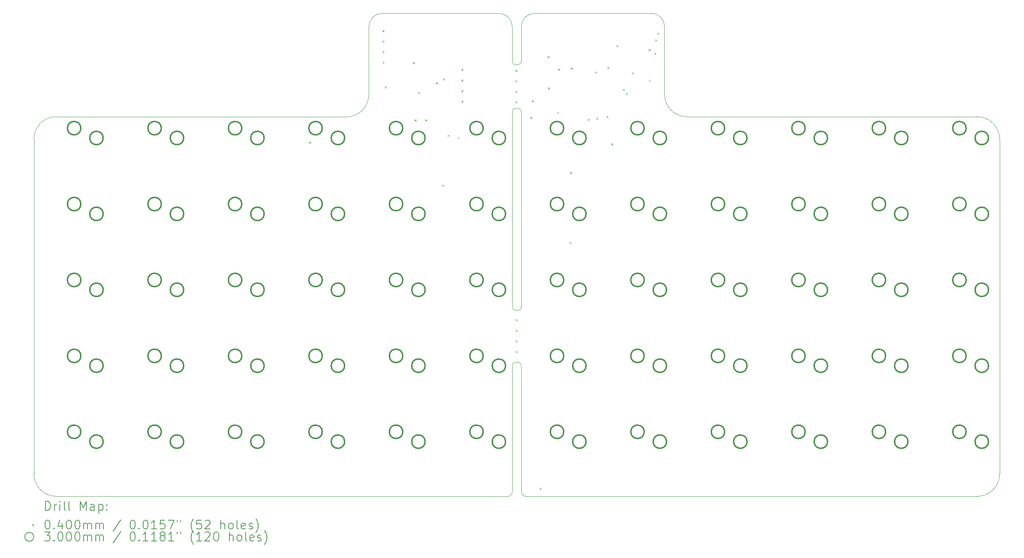
<source format=gbr>
%TF.GenerationSoftware,KiCad,Pcbnew,7.0.9-7.0.9~ubuntu22.04.1*%
%TF.CreationDate,2023-12-21T23:36:55+01:00*%
%TF.ProjectId,basic60,62617369-6336-4302-9e6b-696361645f70,0.1*%
%TF.SameCoordinates,Original*%
%TF.FileFunction,Drillmap*%
%TF.FilePolarity,Positive*%
%FSLAX45Y45*%
G04 Gerber Fmt 4.5, Leading zero omitted, Abs format (unit mm)*
G04 Created by KiCad (PCBNEW 7.0.9-7.0.9~ubuntu22.04.1) date 2023-12-21 23:36:55*
%MOMM*%
%LPD*%
G01*
G04 APERTURE LIST*
%ADD10C,0.100000*%
%ADD11C,0.050000*%
%ADD12C,0.200000*%
%ADD13C,0.300000*%
G04 APERTURE END LIST*
D10*
X12015000Y-2690000D02*
X14624348Y-2690000D01*
X14924349Y-2990651D02*
G75*
G03*
X14624348Y-2690000I-299999J651D01*
G01*
D11*
X14825000Y-13506440D02*
G75*
G03*
X14925000Y-13406447I10J99990D01*
G01*
D10*
X18330000Y-2986779D02*
X18330000Y-4506447D01*
D11*
X15126250Y-10576174D02*
G75*
G03*
X15051248Y-10501270I-75000J-96D01*
G01*
D10*
X18329993Y-4506447D02*
G75*
G03*
X18830000Y-5006447I500007J7D01*
G01*
D11*
X11214746Y-5009746D02*
G75*
G03*
X11715000Y-4509746I261J499993D01*
G01*
X14825000Y-13506447D02*
X4725000Y-13506447D01*
X15126248Y-10576174D02*
X15129872Y-13406575D01*
X25825000Y-5506447D02*
X25825000Y-13006447D01*
X15129873Y-13406575D02*
G75*
G03*
X15229872Y-13506447I99997J125D01*
G01*
D10*
X15051248Y-10501270D02*
X15000000Y-10501270D01*
D11*
X25325000Y-13506450D02*
G75*
G03*
X25825000Y-13006447I0J500000D01*
G01*
X15047662Y-3842502D02*
G75*
G03*
X15122662Y-3767663I-3J75002D01*
G01*
X25825003Y-5506447D02*
G75*
G03*
X25325000Y-5006447I-500003J-3D01*
G01*
X14924348Y-2990651D02*
X14922663Y-3767337D01*
D10*
X15122540Y-4889959D02*
G75*
G03*
X15047541Y-4815000I-75000J-41D01*
G01*
D11*
X18330001Y-2986779D02*
G75*
G03*
X18029667Y-2686780I-300001J-1D01*
G01*
D10*
X15049959Y-9346447D02*
X14999959Y-9346447D01*
D11*
X4225000Y-5506447D02*
X4225000Y-13006447D01*
X14922660Y-3767337D02*
G75*
G03*
X14997663Y-3842500I75000J-163D01*
G01*
D10*
X15122541Y-4889959D02*
X15124959Y-9271405D01*
D11*
X14925000Y-13406447D02*
X14925000Y-10576270D01*
X4725000Y-5006447D02*
X11214746Y-5009746D01*
D10*
X15049959Y-9346449D02*
G75*
G03*
X15124959Y-9271405I1J74999D01*
G01*
D11*
X4225003Y-13006447D02*
G75*
G03*
X4725000Y-13506447I499997J-3D01*
G01*
D10*
X14924959Y-9271488D02*
X14922541Y-4890041D01*
D11*
X11715000Y-4509746D02*
X11715000Y-2990000D01*
D10*
X15000000Y-10501270D02*
G75*
G03*
X14925000Y-10576270I0J-75000D01*
G01*
D11*
X15047541Y-4815000D02*
X14997541Y-4815000D01*
D10*
X12015000Y-2690000D02*
G75*
G03*
X11715000Y-2990000I0J-300000D01*
G01*
D11*
X15424018Y-2689671D02*
G75*
G03*
X15124351Y-2989017I332J-299999D01*
G01*
X14997663Y-3842500D02*
X15047662Y-3842500D01*
X15122662Y-3767663D02*
X15124351Y-2989017D01*
D10*
X14924953Y-9271488D02*
G75*
G03*
X14999959Y-9346447I75007J48D01*
G01*
D11*
X4725000Y-5006447D02*
G75*
G03*
X4225000Y-5506447I0J-500000D01*
G01*
X25325000Y-13506447D02*
X15229872Y-13506447D01*
D10*
X14997541Y-4815001D02*
G75*
G03*
X14922541Y-4890041I-1J-74999D01*
G01*
D11*
X18029667Y-2686780D02*
X15424018Y-2689669D01*
D10*
X18830000Y-5006447D02*
X25325000Y-5006447D01*
D12*
D10*
X10380000Y-5564000D02*
X10420000Y-5604000D01*
X10420000Y-5564000D02*
X10380000Y-5604000D01*
X12022000Y-3065000D02*
X12062000Y-3105000D01*
X12062000Y-3065000D02*
X12022000Y-3105000D01*
X12022000Y-3301333D02*
X12062000Y-3341333D01*
X12062000Y-3301333D02*
X12022000Y-3341333D01*
X12022000Y-3537667D02*
X12062000Y-3577667D01*
X12062000Y-3537667D02*
X12022000Y-3577667D01*
X12022000Y-3774000D02*
X12062000Y-3814000D01*
X12062000Y-3774000D02*
X12022000Y-3814000D01*
X12068000Y-4321000D02*
X12108000Y-4361000D01*
X12108000Y-4321000D02*
X12068000Y-4361000D01*
X12702000Y-3781000D02*
X12742000Y-3821000D01*
X12742000Y-3781000D02*
X12702000Y-3821000D01*
X12740667Y-5063000D02*
X12780667Y-5103000D01*
X12780667Y-5063000D02*
X12740667Y-5103000D01*
X12816000Y-4450000D02*
X12856000Y-4490000D01*
X12856000Y-4450000D02*
X12816000Y-4490000D01*
X12977000Y-5063000D02*
X13017000Y-5103000D01*
X13017000Y-5063000D02*
X12977000Y-5103000D01*
X13212000Y-4235000D02*
X13252000Y-4275000D01*
X13252000Y-4235000D02*
X13212000Y-4275000D01*
X13360000Y-6526000D02*
X13400000Y-6566000D01*
X13400000Y-6526000D02*
X13360000Y-6566000D01*
X13374000Y-4143000D02*
X13414000Y-4183000D01*
X13414000Y-4143000D02*
X13374000Y-4183000D01*
X13476000Y-5408000D02*
X13516000Y-5448000D01*
X13516000Y-5408000D02*
X13476000Y-5448000D01*
X13700000Y-5461000D02*
X13740000Y-5501000D01*
X13740000Y-5461000D02*
X13700000Y-5501000D01*
X13785000Y-3934000D02*
X13825000Y-3974000D01*
X13825000Y-3934000D02*
X13785000Y-3974000D01*
X13785000Y-4170333D02*
X13825000Y-4210333D01*
X13825000Y-4170333D02*
X13785000Y-4210333D01*
X13785000Y-4406667D02*
X13825000Y-4446667D01*
X13825000Y-4406667D02*
X13785000Y-4446667D01*
X13785000Y-4643000D02*
X13825000Y-4683000D01*
X13825000Y-4643000D02*
X13785000Y-4683000D01*
X14991000Y-3954000D02*
X15031000Y-3994000D01*
X15031000Y-3954000D02*
X14991000Y-3994000D01*
X14991000Y-4190333D02*
X15031000Y-4230333D01*
X15031000Y-4190333D02*
X14991000Y-4230333D01*
X14991000Y-4426667D02*
X15031000Y-4466667D01*
X15031000Y-4426667D02*
X14991000Y-4466667D01*
X14991000Y-4663000D02*
X15031000Y-4703000D01*
X15031000Y-4663000D02*
X14991000Y-4703000D01*
X15001000Y-9540000D02*
X15041000Y-9580000D01*
X15041000Y-9540000D02*
X15001000Y-9580000D01*
X15001000Y-9776333D02*
X15041000Y-9816333D01*
X15041000Y-9776333D02*
X15001000Y-9816333D01*
X15001000Y-10012667D02*
X15041000Y-10052667D01*
X15041000Y-10012667D02*
X15001000Y-10052667D01*
X15001000Y-10249000D02*
X15041000Y-10289000D01*
X15041000Y-10249000D02*
X15001000Y-10289000D01*
X15325000Y-5011000D02*
X15365000Y-5051000D01*
X15365000Y-5011000D02*
X15325000Y-5051000D01*
X15359000Y-4636000D02*
X15399000Y-4676000D01*
X15399000Y-4636000D02*
X15359000Y-4676000D01*
X15534000Y-13314000D02*
X15574000Y-13354000D01*
X15574000Y-13314000D02*
X15534000Y-13354000D01*
X15711000Y-3651000D02*
X15751000Y-3691000D01*
X15751000Y-3651000D02*
X15711000Y-3691000D01*
X15724000Y-4349000D02*
X15764000Y-4389000D01*
X15764000Y-4349000D02*
X15724000Y-4389000D01*
X15928000Y-4895000D02*
X15968000Y-4935000D01*
X15968000Y-4895000D02*
X15928000Y-4935000D01*
X15950000Y-3930000D02*
X15990000Y-3970000D01*
X15990000Y-3930000D02*
X15950000Y-3970000D01*
X16202000Y-7812000D02*
X16242000Y-7852000D01*
X16242000Y-7812000D02*
X16202000Y-7852000D01*
X16214000Y-6246000D02*
X16254000Y-6286000D01*
X16254000Y-6246000D02*
X16214000Y-6286000D01*
X16229000Y-3903000D02*
X16269000Y-3943000D01*
X16269000Y-3903000D02*
X16229000Y-3943000D01*
X16606000Y-5051000D02*
X16646000Y-5091000D01*
X16646000Y-5051000D02*
X16606000Y-5091000D01*
X16776000Y-3991000D02*
X16816000Y-4031000D01*
X16816000Y-3991000D02*
X16776000Y-4031000D01*
X16802000Y-5027000D02*
X16842000Y-5067000D01*
X16842000Y-5027000D02*
X16802000Y-5067000D01*
X17032000Y-4995000D02*
X17072000Y-5035000D01*
X17072000Y-4995000D02*
X17032000Y-5035000D01*
X17047000Y-3893000D02*
X17087000Y-3933000D01*
X17087000Y-3893000D02*
X17047000Y-3933000D01*
X17137000Y-5601000D02*
X17177000Y-5641000D01*
X17177000Y-5601000D02*
X17137000Y-5641000D01*
X17254000Y-3400000D02*
X17294000Y-3440000D01*
X17294000Y-3400000D02*
X17254000Y-3440000D01*
X17393000Y-4381000D02*
X17433000Y-4421000D01*
X17433000Y-4381000D02*
X17393000Y-4421000D01*
X17466000Y-4477000D02*
X17506000Y-4517000D01*
X17506000Y-4477000D02*
X17466000Y-4517000D01*
X17601000Y-4009000D02*
X17641000Y-4049000D01*
X17641000Y-4009000D02*
X17601000Y-4049000D01*
X17972000Y-3490000D02*
X18012000Y-3530000D01*
X18012000Y-3490000D02*
X17972000Y-3530000D01*
X17977000Y-4176000D02*
X18017000Y-4216000D01*
X18017000Y-4176000D02*
X17977000Y-4216000D01*
X18100000Y-3568000D02*
X18140000Y-3608000D01*
X18140000Y-3568000D02*
X18100000Y-3608000D01*
X18113000Y-3275000D02*
X18153000Y-3315000D01*
X18153000Y-3275000D02*
X18113000Y-3315000D01*
X18168000Y-3123000D02*
X18208000Y-3163000D01*
X18208000Y-3123000D02*
X18168000Y-3163000D01*
D13*
X5275000Y-5261447D02*
G75*
G03*
X5275000Y-5261447I-150000J0D01*
G01*
X5275000Y-6961447D02*
G75*
G03*
X5275000Y-6961447I-150000J0D01*
G01*
X5275000Y-8661447D02*
G75*
G03*
X5275000Y-8661447I-150000J0D01*
G01*
X5275000Y-10361447D02*
G75*
G03*
X5275000Y-10361447I-150000J0D01*
G01*
X5275000Y-12061447D02*
G75*
G03*
X5275000Y-12061447I-150000J0D01*
G01*
X5775000Y-5481447D02*
G75*
G03*
X5775000Y-5481447I-150000J0D01*
G01*
X5775000Y-7181447D02*
G75*
G03*
X5775000Y-7181447I-150000J0D01*
G01*
X5775000Y-8881447D02*
G75*
G03*
X5775000Y-8881447I-150000J0D01*
G01*
X5775000Y-10581447D02*
G75*
G03*
X5775000Y-10581447I-150000J0D01*
G01*
X5775000Y-12281447D02*
G75*
G03*
X5775000Y-12281447I-150000J0D01*
G01*
X7075000Y-5261447D02*
G75*
G03*
X7075000Y-5261447I-150000J0D01*
G01*
X7075000Y-6961447D02*
G75*
G03*
X7075000Y-6961447I-150000J0D01*
G01*
X7075000Y-8661447D02*
G75*
G03*
X7075000Y-8661447I-150000J0D01*
G01*
X7075000Y-10361447D02*
G75*
G03*
X7075000Y-10361447I-150000J0D01*
G01*
X7075000Y-12061447D02*
G75*
G03*
X7075000Y-12061447I-150000J0D01*
G01*
X7575000Y-5481447D02*
G75*
G03*
X7575000Y-5481447I-150000J0D01*
G01*
X7575000Y-7181447D02*
G75*
G03*
X7575000Y-7181447I-150000J0D01*
G01*
X7575000Y-8881447D02*
G75*
G03*
X7575000Y-8881447I-150000J0D01*
G01*
X7575000Y-10581447D02*
G75*
G03*
X7575000Y-10581447I-150000J0D01*
G01*
X7575000Y-12281447D02*
G75*
G03*
X7575000Y-12281447I-150000J0D01*
G01*
X8875000Y-5261447D02*
G75*
G03*
X8875000Y-5261447I-150000J0D01*
G01*
X8875000Y-6961447D02*
G75*
G03*
X8875000Y-6961447I-150000J0D01*
G01*
X8875000Y-8661447D02*
G75*
G03*
X8875000Y-8661447I-150000J0D01*
G01*
X8875000Y-10361447D02*
G75*
G03*
X8875000Y-10361447I-150000J0D01*
G01*
X8875000Y-12061447D02*
G75*
G03*
X8875000Y-12061447I-150000J0D01*
G01*
X9375000Y-5481447D02*
G75*
G03*
X9375000Y-5481447I-150000J0D01*
G01*
X9375000Y-7181447D02*
G75*
G03*
X9375000Y-7181447I-150000J0D01*
G01*
X9375000Y-8881447D02*
G75*
G03*
X9375000Y-8881447I-150000J0D01*
G01*
X9375000Y-10581447D02*
G75*
G03*
X9375000Y-10581447I-150000J0D01*
G01*
X9375000Y-12281447D02*
G75*
G03*
X9375000Y-12281447I-150000J0D01*
G01*
X10675000Y-5261447D02*
G75*
G03*
X10675000Y-5261447I-150000J0D01*
G01*
X10675000Y-6961447D02*
G75*
G03*
X10675000Y-6961447I-150000J0D01*
G01*
X10675000Y-8661447D02*
G75*
G03*
X10675000Y-8661447I-150000J0D01*
G01*
X10675000Y-10361447D02*
G75*
G03*
X10675000Y-10361447I-150000J0D01*
G01*
X10675000Y-12061447D02*
G75*
G03*
X10675000Y-12061447I-150000J0D01*
G01*
X11175000Y-5481447D02*
G75*
G03*
X11175000Y-5481447I-150000J0D01*
G01*
X11175000Y-7181447D02*
G75*
G03*
X11175000Y-7181447I-150000J0D01*
G01*
X11175000Y-8881447D02*
G75*
G03*
X11175000Y-8881447I-150000J0D01*
G01*
X11175000Y-10581447D02*
G75*
G03*
X11175000Y-10581447I-150000J0D01*
G01*
X11175000Y-12281447D02*
G75*
G03*
X11175000Y-12281447I-150000J0D01*
G01*
X12475000Y-5261447D02*
G75*
G03*
X12475000Y-5261447I-150000J0D01*
G01*
X12475000Y-6961447D02*
G75*
G03*
X12475000Y-6961447I-150000J0D01*
G01*
X12475000Y-8661447D02*
G75*
G03*
X12475000Y-8661447I-150000J0D01*
G01*
X12475000Y-10361447D02*
G75*
G03*
X12475000Y-10361447I-150000J0D01*
G01*
X12475000Y-12061447D02*
G75*
G03*
X12475000Y-12061447I-150000J0D01*
G01*
X12975000Y-5481447D02*
G75*
G03*
X12975000Y-5481447I-150000J0D01*
G01*
X12975000Y-7181447D02*
G75*
G03*
X12975000Y-7181447I-150000J0D01*
G01*
X12975000Y-8881447D02*
G75*
G03*
X12975000Y-8881447I-150000J0D01*
G01*
X12975000Y-10581447D02*
G75*
G03*
X12975000Y-10581447I-150000J0D01*
G01*
X12975000Y-12281447D02*
G75*
G03*
X12975000Y-12281447I-150000J0D01*
G01*
X14275000Y-5261447D02*
G75*
G03*
X14275000Y-5261447I-150000J0D01*
G01*
X14275000Y-6961447D02*
G75*
G03*
X14275000Y-6961447I-150000J0D01*
G01*
X14275000Y-8661447D02*
G75*
G03*
X14275000Y-8661447I-150000J0D01*
G01*
X14275000Y-10361447D02*
G75*
G03*
X14275000Y-10361447I-150000J0D01*
G01*
X14275000Y-12061447D02*
G75*
G03*
X14275000Y-12061447I-150000J0D01*
G01*
X14775000Y-5481447D02*
G75*
G03*
X14775000Y-5481447I-150000J0D01*
G01*
X14775000Y-7181447D02*
G75*
G03*
X14775000Y-7181447I-150000J0D01*
G01*
X14775000Y-8881447D02*
G75*
G03*
X14775000Y-8881447I-150000J0D01*
G01*
X14775000Y-10581447D02*
G75*
G03*
X14775000Y-10581447I-150000J0D01*
G01*
X14775000Y-12281447D02*
G75*
G03*
X14775000Y-12281447I-150000J0D01*
G01*
X16075000Y-5261447D02*
G75*
G03*
X16075000Y-5261447I-150000J0D01*
G01*
X16075000Y-6961447D02*
G75*
G03*
X16075000Y-6961447I-150000J0D01*
G01*
X16075000Y-8661447D02*
G75*
G03*
X16075000Y-8661447I-150000J0D01*
G01*
X16075000Y-10361447D02*
G75*
G03*
X16075000Y-10361447I-150000J0D01*
G01*
X16075000Y-12061447D02*
G75*
G03*
X16075000Y-12061447I-150000J0D01*
G01*
X16575000Y-5481447D02*
G75*
G03*
X16575000Y-5481447I-150000J0D01*
G01*
X16575000Y-7181447D02*
G75*
G03*
X16575000Y-7181447I-150000J0D01*
G01*
X16575000Y-8881447D02*
G75*
G03*
X16575000Y-8881447I-150000J0D01*
G01*
X16575000Y-10581447D02*
G75*
G03*
X16575000Y-10581447I-150000J0D01*
G01*
X16575000Y-12281447D02*
G75*
G03*
X16575000Y-12281447I-150000J0D01*
G01*
X17875000Y-5261447D02*
G75*
G03*
X17875000Y-5261447I-150000J0D01*
G01*
X17875000Y-6961447D02*
G75*
G03*
X17875000Y-6961447I-150000J0D01*
G01*
X17875000Y-8661447D02*
G75*
G03*
X17875000Y-8661447I-150000J0D01*
G01*
X17875000Y-10361447D02*
G75*
G03*
X17875000Y-10361447I-150000J0D01*
G01*
X17875000Y-12061447D02*
G75*
G03*
X17875000Y-12061447I-150000J0D01*
G01*
X18375000Y-5481447D02*
G75*
G03*
X18375000Y-5481447I-150000J0D01*
G01*
X18375000Y-7181447D02*
G75*
G03*
X18375000Y-7181447I-150000J0D01*
G01*
X18375000Y-8881447D02*
G75*
G03*
X18375000Y-8881447I-150000J0D01*
G01*
X18375000Y-10581447D02*
G75*
G03*
X18375000Y-10581447I-150000J0D01*
G01*
X18375000Y-12281447D02*
G75*
G03*
X18375000Y-12281447I-150000J0D01*
G01*
X19675000Y-5261447D02*
G75*
G03*
X19675000Y-5261447I-150000J0D01*
G01*
X19675000Y-6961447D02*
G75*
G03*
X19675000Y-6961447I-150000J0D01*
G01*
X19675000Y-8661447D02*
G75*
G03*
X19675000Y-8661447I-150000J0D01*
G01*
X19675000Y-10361447D02*
G75*
G03*
X19675000Y-10361447I-150000J0D01*
G01*
X19675000Y-12061447D02*
G75*
G03*
X19675000Y-12061447I-150000J0D01*
G01*
X20175000Y-5481447D02*
G75*
G03*
X20175000Y-5481447I-150000J0D01*
G01*
X20175000Y-7181447D02*
G75*
G03*
X20175000Y-7181447I-150000J0D01*
G01*
X20175000Y-8881447D02*
G75*
G03*
X20175000Y-8881447I-150000J0D01*
G01*
X20175000Y-10581447D02*
G75*
G03*
X20175000Y-10581447I-150000J0D01*
G01*
X20175000Y-12281447D02*
G75*
G03*
X20175000Y-12281447I-150000J0D01*
G01*
X21475000Y-5261447D02*
G75*
G03*
X21475000Y-5261447I-150000J0D01*
G01*
X21475000Y-6961447D02*
G75*
G03*
X21475000Y-6961447I-150000J0D01*
G01*
X21475000Y-8661447D02*
G75*
G03*
X21475000Y-8661447I-150000J0D01*
G01*
X21475000Y-10361447D02*
G75*
G03*
X21475000Y-10361447I-150000J0D01*
G01*
X21475000Y-12061447D02*
G75*
G03*
X21475000Y-12061447I-150000J0D01*
G01*
X21975000Y-5481447D02*
G75*
G03*
X21975000Y-5481447I-150000J0D01*
G01*
X21975000Y-7181447D02*
G75*
G03*
X21975000Y-7181447I-150000J0D01*
G01*
X21975000Y-8881447D02*
G75*
G03*
X21975000Y-8881447I-150000J0D01*
G01*
X21975000Y-10581447D02*
G75*
G03*
X21975000Y-10581447I-150000J0D01*
G01*
X21975000Y-12281447D02*
G75*
G03*
X21975000Y-12281447I-150000J0D01*
G01*
X23275000Y-5261447D02*
G75*
G03*
X23275000Y-5261447I-150000J0D01*
G01*
X23275000Y-6961447D02*
G75*
G03*
X23275000Y-6961447I-150000J0D01*
G01*
X23275000Y-8661447D02*
G75*
G03*
X23275000Y-8661447I-150000J0D01*
G01*
X23275000Y-10361447D02*
G75*
G03*
X23275000Y-10361447I-150000J0D01*
G01*
X23275000Y-12061447D02*
G75*
G03*
X23275000Y-12061447I-150000J0D01*
G01*
X23775000Y-5481447D02*
G75*
G03*
X23775000Y-5481447I-150000J0D01*
G01*
X23775000Y-7181447D02*
G75*
G03*
X23775000Y-7181447I-150000J0D01*
G01*
X23775000Y-8881447D02*
G75*
G03*
X23775000Y-8881447I-150000J0D01*
G01*
X23775000Y-10581447D02*
G75*
G03*
X23775000Y-10581447I-150000J0D01*
G01*
X23775000Y-12281447D02*
G75*
G03*
X23775000Y-12281447I-150000J0D01*
G01*
X25075000Y-5261447D02*
G75*
G03*
X25075000Y-5261447I-150000J0D01*
G01*
X25075000Y-6961447D02*
G75*
G03*
X25075000Y-6961447I-150000J0D01*
G01*
X25075000Y-8661447D02*
G75*
G03*
X25075000Y-8661447I-150000J0D01*
G01*
X25075000Y-10361447D02*
G75*
G03*
X25075000Y-10361447I-150000J0D01*
G01*
X25075000Y-12061447D02*
G75*
G03*
X25075000Y-12061447I-150000J0D01*
G01*
X25575000Y-5481447D02*
G75*
G03*
X25575000Y-5481447I-150000J0D01*
G01*
X25575000Y-7181447D02*
G75*
G03*
X25575000Y-7181447I-150000J0D01*
G01*
X25575000Y-8881447D02*
G75*
G03*
X25575000Y-8881447I-150000J0D01*
G01*
X25575000Y-10581447D02*
G75*
G03*
X25575000Y-10581447I-150000J0D01*
G01*
X25575000Y-12281447D02*
G75*
G03*
X25575000Y-12281447I-150000J0D01*
G01*
D12*
X4483277Y-13820430D02*
X4483277Y-13620430D01*
X4483277Y-13620430D02*
X4530896Y-13620430D01*
X4530896Y-13620430D02*
X4559467Y-13629954D01*
X4559467Y-13629954D02*
X4578515Y-13649002D01*
X4578515Y-13649002D02*
X4588039Y-13668049D01*
X4588039Y-13668049D02*
X4597563Y-13706145D01*
X4597563Y-13706145D02*
X4597563Y-13734716D01*
X4597563Y-13734716D02*
X4588039Y-13772811D01*
X4588039Y-13772811D02*
X4578515Y-13791859D01*
X4578515Y-13791859D02*
X4559467Y-13810907D01*
X4559467Y-13810907D02*
X4530896Y-13820430D01*
X4530896Y-13820430D02*
X4483277Y-13820430D01*
X4683277Y-13820430D02*
X4683277Y-13687097D01*
X4683277Y-13725192D02*
X4692801Y-13706145D01*
X4692801Y-13706145D02*
X4702324Y-13696621D01*
X4702324Y-13696621D02*
X4721372Y-13687097D01*
X4721372Y-13687097D02*
X4740420Y-13687097D01*
X4807086Y-13820430D02*
X4807086Y-13687097D01*
X4807086Y-13620430D02*
X4797563Y-13629954D01*
X4797563Y-13629954D02*
X4807086Y-13639478D01*
X4807086Y-13639478D02*
X4816610Y-13629954D01*
X4816610Y-13629954D02*
X4807086Y-13620430D01*
X4807086Y-13620430D02*
X4807086Y-13639478D01*
X4930896Y-13820430D02*
X4911848Y-13810907D01*
X4911848Y-13810907D02*
X4902324Y-13791859D01*
X4902324Y-13791859D02*
X4902324Y-13620430D01*
X5035658Y-13820430D02*
X5016610Y-13810907D01*
X5016610Y-13810907D02*
X5007086Y-13791859D01*
X5007086Y-13791859D02*
X5007086Y-13620430D01*
X5264229Y-13820430D02*
X5264229Y-13620430D01*
X5264229Y-13620430D02*
X5330896Y-13763287D01*
X5330896Y-13763287D02*
X5397563Y-13620430D01*
X5397563Y-13620430D02*
X5397563Y-13820430D01*
X5578515Y-13820430D02*
X5578515Y-13715668D01*
X5578515Y-13715668D02*
X5568991Y-13696621D01*
X5568991Y-13696621D02*
X5549944Y-13687097D01*
X5549944Y-13687097D02*
X5511848Y-13687097D01*
X5511848Y-13687097D02*
X5492801Y-13696621D01*
X5578515Y-13810907D02*
X5559467Y-13820430D01*
X5559467Y-13820430D02*
X5511848Y-13820430D01*
X5511848Y-13820430D02*
X5492801Y-13810907D01*
X5492801Y-13810907D02*
X5483277Y-13791859D01*
X5483277Y-13791859D02*
X5483277Y-13772811D01*
X5483277Y-13772811D02*
X5492801Y-13753764D01*
X5492801Y-13753764D02*
X5511848Y-13744240D01*
X5511848Y-13744240D02*
X5559467Y-13744240D01*
X5559467Y-13744240D02*
X5578515Y-13734716D01*
X5673753Y-13687097D02*
X5673753Y-13887097D01*
X5673753Y-13696621D02*
X5692801Y-13687097D01*
X5692801Y-13687097D02*
X5730896Y-13687097D01*
X5730896Y-13687097D02*
X5749943Y-13696621D01*
X5749943Y-13696621D02*
X5759467Y-13706145D01*
X5759467Y-13706145D02*
X5768991Y-13725192D01*
X5768991Y-13725192D02*
X5768991Y-13782335D01*
X5768991Y-13782335D02*
X5759467Y-13801383D01*
X5759467Y-13801383D02*
X5749943Y-13810907D01*
X5749943Y-13810907D02*
X5730896Y-13820430D01*
X5730896Y-13820430D02*
X5692801Y-13820430D01*
X5692801Y-13820430D02*
X5673753Y-13810907D01*
X5854705Y-13801383D02*
X5864229Y-13810907D01*
X5864229Y-13810907D02*
X5854705Y-13820430D01*
X5854705Y-13820430D02*
X5845182Y-13810907D01*
X5845182Y-13810907D02*
X5854705Y-13801383D01*
X5854705Y-13801383D02*
X5854705Y-13820430D01*
X5854705Y-13696621D02*
X5864229Y-13706145D01*
X5864229Y-13706145D02*
X5854705Y-13715668D01*
X5854705Y-13715668D02*
X5845182Y-13706145D01*
X5845182Y-13706145D02*
X5854705Y-13696621D01*
X5854705Y-13696621D02*
X5854705Y-13715668D01*
D10*
X4182500Y-14128947D02*
X4222500Y-14168947D01*
X4222500Y-14128947D02*
X4182500Y-14168947D01*
D12*
X4521372Y-14040430D02*
X4540420Y-14040430D01*
X4540420Y-14040430D02*
X4559467Y-14049954D01*
X4559467Y-14049954D02*
X4568991Y-14059478D01*
X4568991Y-14059478D02*
X4578515Y-14078526D01*
X4578515Y-14078526D02*
X4588039Y-14116621D01*
X4588039Y-14116621D02*
X4588039Y-14164240D01*
X4588039Y-14164240D02*
X4578515Y-14202335D01*
X4578515Y-14202335D02*
X4568991Y-14221383D01*
X4568991Y-14221383D02*
X4559467Y-14230907D01*
X4559467Y-14230907D02*
X4540420Y-14240430D01*
X4540420Y-14240430D02*
X4521372Y-14240430D01*
X4521372Y-14240430D02*
X4502324Y-14230907D01*
X4502324Y-14230907D02*
X4492801Y-14221383D01*
X4492801Y-14221383D02*
X4483277Y-14202335D01*
X4483277Y-14202335D02*
X4473753Y-14164240D01*
X4473753Y-14164240D02*
X4473753Y-14116621D01*
X4473753Y-14116621D02*
X4483277Y-14078526D01*
X4483277Y-14078526D02*
X4492801Y-14059478D01*
X4492801Y-14059478D02*
X4502324Y-14049954D01*
X4502324Y-14049954D02*
X4521372Y-14040430D01*
X4673753Y-14221383D02*
X4683277Y-14230907D01*
X4683277Y-14230907D02*
X4673753Y-14240430D01*
X4673753Y-14240430D02*
X4664229Y-14230907D01*
X4664229Y-14230907D02*
X4673753Y-14221383D01*
X4673753Y-14221383D02*
X4673753Y-14240430D01*
X4854705Y-14107097D02*
X4854705Y-14240430D01*
X4807086Y-14030907D02*
X4759467Y-14173764D01*
X4759467Y-14173764D02*
X4883277Y-14173764D01*
X4997563Y-14040430D02*
X5016610Y-14040430D01*
X5016610Y-14040430D02*
X5035658Y-14049954D01*
X5035658Y-14049954D02*
X5045182Y-14059478D01*
X5045182Y-14059478D02*
X5054705Y-14078526D01*
X5054705Y-14078526D02*
X5064229Y-14116621D01*
X5064229Y-14116621D02*
X5064229Y-14164240D01*
X5064229Y-14164240D02*
X5054705Y-14202335D01*
X5054705Y-14202335D02*
X5045182Y-14221383D01*
X5045182Y-14221383D02*
X5035658Y-14230907D01*
X5035658Y-14230907D02*
X5016610Y-14240430D01*
X5016610Y-14240430D02*
X4997563Y-14240430D01*
X4997563Y-14240430D02*
X4978515Y-14230907D01*
X4978515Y-14230907D02*
X4968991Y-14221383D01*
X4968991Y-14221383D02*
X4959467Y-14202335D01*
X4959467Y-14202335D02*
X4949944Y-14164240D01*
X4949944Y-14164240D02*
X4949944Y-14116621D01*
X4949944Y-14116621D02*
X4959467Y-14078526D01*
X4959467Y-14078526D02*
X4968991Y-14059478D01*
X4968991Y-14059478D02*
X4978515Y-14049954D01*
X4978515Y-14049954D02*
X4997563Y-14040430D01*
X5188039Y-14040430D02*
X5207086Y-14040430D01*
X5207086Y-14040430D02*
X5226134Y-14049954D01*
X5226134Y-14049954D02*
X5235658Y-14059478D01*
X5235658Y-14059478D02*
X5245182Y-14078526D01*
X5245182Y-14078526D02*
X5254705Y-14116621D01*
X5254705Y-14116621D02*
X5254705Y-14164240D01*
X5254705Y-14164240D02*
X5245182Y-14202335D01*
X5245182Y-14202335D02*
X5235658Y-14221383D01*
X5235658Y-14221383D02*
X5226134Y-14230907D01*
X5226134Y-14230907D02*
X5207086Y-14240430D01*
X5207086Y-14240430D02*
X5188039Y-14240430D01*
X5188039Y-14240430D02*
X5168991Y-14230907D01*
X5168991Y-14230907D02*
X5159467Y-14221383D01*
X5159467Y-14221383D02*
X5149944Y-14202335D01*
X5149944Y-14202335D02*
X5140420Y-14164240D01*
X5140420Y-14164240D02*
X5140420Y-14116621D01*
X5140420Y-14116621D02*
X5149944Y-14078526D01*
X5149944Y-14078526D02*
X5159467Y-14059478D01*
X5159467Y-14059478D02*
X5168991Y-14049954D01*
X5168991Y-14049954D02*
X5188039Y-14040430D01*
X5340420Y-14240430D02*
X5340420Y-14107097D01*
X5340420Y-14126145D02*
X5349944Y-14116621D01*
X5349944Y-14116621D02*
X5368991Y-14107097D01*
X5368991Y-14107097D02*
X5397563Y-14107097D01*
X5397563Y-14107097D02*
X5416610Y-14116621D01*
X5416610Y-14116621D02*
X5426134Y-14135668D01*
X5426134Y-14135668D02*
X5426134Y-14240430D01*
X5426134Y-14135668D02*
X5435658Y-14116621D01*
X5435658Y-14116621D02*
X5454705Y-14107097D01*
X5454705Y-14107097D02*
X5483277Y-14107097D01*
X5483277Y-14107097D02*
X5502325Y-14116621D01*
X5502325Y-14116621D02*
X5511848Y-14135668D01*
X5511848Y-14135668D02*
X5511848Y-14240430D01*
X5607086Y-14240430D02*
X5607086Y-14107097D01*
X5607086Y-14126145D02*
X5616610Y-14116621D01*
X5616610Y-14116621D02*
X5635658Y-14107097D01*
X5635658Y-14107097D02*
X5664229Y-14107097D01*
X5664229Y-14107097D02*
X5683277Y-14116621D01*
X5683277Y-14116621D02*
X5692801Y-14135668D01*
X5692801Y-14135668D02*
X5692801Y-14240430D01*
X5692801Y-14135668D02*
X5702324Y-14116621D01*
X5702324Y-14116621D02*
X5721372Y-14107097D01*
X5721372Y-14107097D02*
X5749943Y-14107097D01*
X5749943Y-14107097D02*
X5768991Y-14116621D01*
X5768991Y-14116621D02*
X5778515Y-14135668D01*
X5778515Y-14135668D02*
X5778515Y-14240430D01*
X6168991Y-14030907D02*
X5997563Y-14288049D01*
X6426134Y-14040430D02*
X6445182Y-14040430D01*
X6445182Y-14040430D02*
X6464229Y-14049954D01*
X6464229Y-14049954D02*
X6473753Y-14059478D01*
X6473753Y-14059478D02*
X6483277Y-14078526D01*
X6483277Y-14078526D02*
X6492801Y-14116621D01*
X6492801Y-14116621D02*
X6492801Y-14164240D01*
X6492801Y-14164240D02*
X6483277Y-14202335D01*
X6483277Y-14202335D02*
X6473753Y-14221383D01*
X6473753Y-14221383D02*
X6464229Y-14230907D01*
X6464229Y-14230907D02*
X6445182Y-14240430D01*
X6445182Y-14240430D02*
X6426134Y-14240430D01*
X6426134Y-14240430D02*
X6407086Y-14230907D01*
X6407086Y-14230907D02*
X6397563Y-14221383D01*
X6397563Y-14221383D02*
X6388039Y-14202335D01*
X6388039Y-14202335D02*
X6378515Y-14164240D01*
X6378515Y-14164240D02*
X6378515Y-14116621D01*
X6378515Y-14116621D02*
X6388039Y-14078526D01*
X6388039Y-14078526D02*
X6397563Y-14059478D01*
X6397563Y-14059478D02*
X6407086Y-14049954D01*
X6407086Y-14049954D02*
X6426134Y-14040430D01*
X6578515Y-14221383D02*
X6588039Y-14230907D01*
X6588039Y-14230907D02*
X6578515Y-14240430D01*
X6578515Y-14240430D02*
X6568991Y-14230907D01*
X6568991Y-14230907D02*
X6578515Y-14221383D01*
X6578515Y-14221383D02*
X6578515Y-14240430D01*
X6711848Y-14040430D02*
X6730896Y-14040430D01*
X6730896Y-14040430D02*
X6749944Y-14049954D01*
X6749944Y-14049954D02*
X6759467Y-14059478D01*
X6759467Y-14059478D02*
X6768991Y-14078526D01*
X6768991Y-14078526D02*
X6778515Y-14116621D01*
X6778515Y-14116621D02*
X6778515Y-14164240D01*
X6778515Y-14164240D02*
X6768991Y-14202335D01*
X6768991Y-14202335D02*
X6759467Y-14221383D01*
X6759467Y-14221383D02*
X6749944Y-14230907D01*
X6749944Y-14230907D02*
X6730896Y-14240430D01*
X6730896Y-14240430D02*
X6711848Y-14240430D01*
X6711848Y-14240430D02*
X6692801Y-14230907D01*
X6692801Y-14230907D02*
X6683277Y-14221383D01*
X6683277Y-14221383D02*
X6673753Y-14202335D01*
X6673753Y-14202335D02*
X6664229Y-14164240D01*
X6664229Y-14164240D02*
X6664229Y-14116621D01*
X6664229Y-14116621D02*
X6673753Y-14078526D01*
X6673753Y-14078526D02*
X6683277Y-14059478D01*
X6683277Y-14059478D02*
X6692801Y-14049954D01*
X6692801Y-14049954D02*
X6711848Y-14040430D01*
X6968991Y-14240430D02*
X6854706Y-14240430D01*
X6911848Y-14240430D02*
X6911848Y-14040430D01*
X6911848Y-14040430D02*
X6892801Y-14069002D01*
X6892801Y-14069002D02*
X6873753Y-14088049D01*
X6873753Y-14088049D02*
X6854706Y-14097573D01*
X7149944Y-14040430D02*
X7054706Y-14040430D01*
X7054706Y-14040430D02*
X7045182Y-14135668D01*
X7045182Y-14135668D02*
X7054706Y-14126145D01*
X7054706Y-14126145D02*
X7073753Y-14116621D01*
X7073753Y-14116621D02*
X7121372Y-14116621D01*
X7121372Y-14116621D02*
X7140420Y-14126145D01*
X7140420Y-14126145D02*
X7149944Y-14135668D01*
X7149944Y-14135668D02*
X7159467Y-14154716D01*
X7159467Y-14154716D02*
X7159467Y-14202335D01*
X7159467Y-14202335D02*
X7149944Y-14221383D01*
X7149944Y-14221383D02*
X7140420Y-14230907D01*
X7140420Y-14230907D02*
X7121372Y-14240430D01*
X7121372Y-14240430D02*
X7073753Y-14240430D01*
X7073753Y-14240430D02*
X7054706Y-14230907D01*
X7054706Y-14230907D02*
X7045182Y-14221383D01*
X7226134Y-14040430D02*
X7359467Y-14040430D01*
X7359467Y-14040430D02*
X7273753Y-14240430D01*
X7426134Y-14040430D02*
X7426134Y-14078526D01*
X7502325Y-14040430D02*
X7502325Y-14078526D01*
X7797563Y-14316621D02*
X7788039Y-14307097D01*
X7788039Y-14307097D02*
X7768991Y-14278526D01*
X7768991Y-14278526D02*
X7759468Y-14259478D01*
X7759468Y-14259478D02*
X7749944Y-14230907D01*
X7749944Y-14230907D02*
X7740420Y-14183287D01*
X7740420Y-14183287D02*
X7740420Y-14145192D01*
X7740420Y-14145192D02*
X7749944Y-14097573D01*
X7749944Y-14097573D02*
X7759468Y-14069002D01*
X7759468Y-14069002D02*
X7768991Y-14049954D01*
X7768991Y-14049954D02*
X7788039Y-14021383D01*
X7788039Y-14021383D02*
X7797563Y-14011859D01*
X7968991Y-14040430D02*
X7873753Y-14040430D01*
X7873753Y-14040430D02*
X7864229Y-14135668D01*
X7864229Y-14135668D02*
X7873753Y-14126145D01*
X7873753Y-14126145D02*
X7892801Y-14116621D01*
X7892801Y-14116621D02*
X7940420Y-14116621D01*
X7940420Y-14116621D02*
X7959468Y-14126145D01*
X7959468Y-14126145D02*
X7968991Y-14135668D01*
X7968991Y-14135668D02*
X7978515Y-14154716D01*
X7978515Y-14154716D02*
X7978515Y-14202335D01*
X7978515Y-14202335D02*
X7968991Y-14221383D01*
X7968991Y-14221383D02*
X7959468Y-14230907D01*
X7959468Y-14230907D02*
X7940420Y-14240430D01*
X7940420Y-14240430D02*
X7892801Y-14240430D01*
X7892801Y-14240430D02*
X7873753Y-14230907D01*
X7873753Y-14230907D02*
X7864229Y-14221383D01*
X8054706Y-14059478D02*
X8064229Y-14049954D01*
X8064229Y-14049954D02*
X8083277Y-14040430D01*
X8083277Y-14040430D02*
X8130896Y-14040430D01*
X8130896Y-14040430D02*
X8149944Y-14049954D01*
X8149944Y-14049954D02*
X8159468Y-14059478D01*
X8159468Y-14059478D02*
X8168991Y-14078526D01*
X8168991Y-14078526D02*
X8168991Y-14097573D01*
X8168991Y-14097573D02*
X8159468Y-14126145D01*
X8159468Y-14126145D02*
X8045182Y-14240430D01*
X8045182Y-14240430D02*
X8168991Y-14240430D01*
X8407087Y-14240430D02*
X8407087Y-14040430D01*
X8492801Y-14240430D02*
X8492801Y-14135668D01*
X8492801Y-14135668D02*
X8483277Y-14116621D01*
X8483277Y-14116621D02*
X8464230Y-14107097D01*
X8464230Y-14107097D02*
X8435658Y-14107097D01*
X8435658Y-14107097D02*
X8416611Y-14116621D01*
X8416611Y-14116621D02*
X8407087Y-14126145D01*
X8616611Y-14240430D02*
X8597563Y-14230907D01*
X8597563Y-14230907D02*
X8588039Y-14221383D01*
X8588039Y-14221383D02*
X8578515Y-14202335D01*
X8578515Y-14202335D02*
X8578515Y-14145192D01*
X8578515Y-14145192D02*
X8588039Y-14126145D01*
X8588039Y-14126145D02*
X8597563Y-14116621D01*
X8597563Y-14116621D02*
X8616611Y-14107097D01*
X8616611Y-14107097D02*
X8645182Y-14107097D01*
X8645182Y-14107097D02*
X8664230Y-14116621D01*
X8664230Y-14116621D02*
X8673753Y-14126145D01*
X8673753Y-14126145D02*
X8683277Y-14145192D01*
X8683277Y-14145192D02*
X8683277Y-14202335D01*
X8683277Y-14202335D02*
X8673753Y-14221383D01*
X8673753Y-14221383D02*
X8664230Y-14230907D01*
X8664230Y-14230907D02*
X8645182Y-14240430D01*
X8645182Y-14240430D02*
X8616611Y-14240430D01*
X8797563Y-14240430D02*
X8778515Y-14230907D01*
X8778515Y-14230907D02*
X8768992Y-14211859D01*
X8768992Y-14211859D02*
X8768992Y-14040430D01*
X8949944Y-14230907D02*
X8930896Y-14240430D01*
X8930896Y-14240430D02*
X8892801Y-14240430D01*
X8892801Y-14240430D02*
X8873753Y-14230907D01*
X8873753Y-14230907D02*
X8864230Y-14211859D01*
X8864230Y-14211859D02*
X8864230Y-14135668D01*
X8864230Y-14135668D02*
X8873753Y-14116621D01*
X8873753Y-14116621D02*
X8892801Y-14107097D01*
X8892801Y-14107097D02*
X8930896Y-14107097D01*
X8930896Y-14107097D02*
X8949944Y-14116621D01*
X8949944Y-14116621D02*
X8959468Y-14135668D01*
X8959468Y-14135668D02*
X8959468Y-14154716D01*
X8959468Y-14154716D02*
X8864230Y-14173764D01*
X9035658Y-14230907D02*
X9054706Y-14240430D01*
X9054706Y-14240430D02*
X9092801Y-14240430D01*
X9092801Y-14240430D02*
X9111849Y-14230907D01*
X9111849Y-14230907D02*
X9121373Y-14211859D01*
X9121373Y-14211859D02*
X9121373Y-14202335D01*
X9121373Y-14202335D02*
X9111849Y-14183287D01*
X9111849Y-14183287D02*
X9092801Y-14173764D01*
X9092801Y-14173764D02*
X9064230Y-14173764D01*
X9064230Y-14173764D02*
X9045182Y-14164240D01*
X9045182Y-14164240D02*
X9035658Y-14145192D01*
X9035658Y-14145192D02*
X9035658Y-14135668D01*
X9035658Y-14135668D02*
X9045182Y-14116621D01*
X9045182Y-14116621D02*
X9064230Y-14107097D01*
X9064230Y-14107097D02*
X9092801Y-14107097D01*
X9092801Y-14107097D02*
X9111849Y-14116621D01*
X9188039Y-14316621D02*
X9197563Y-14307097D01*
X9197563Y-14307097D02*
X9216611Y-14278526D01*
X9216611Y-14278526D02*
X9226134Y-14259478D01*
X9226134Y-14259478D02*
X9235658Y-14230907D01*
X9235658Y-14230907D02*
X9245182Y-14183287D01*
X9245182Y-14183287D02*
X9245182Y-14145192D01*
X9245182Y-14145192D02*
X9235658Y-14097573D01*
X9235658Y-14097573D02*
X9226134Y-14069002D01*
X9226134Y-14069002D02*
X9216611Y-14049954D01*
X9216611Y-14049954D02*
X9197563Y-14021383D01*
X9197563Y-14021383D02*
X9188039Y-14011859D01*
X4222500Y-14412947D02*
G75*
G03*
X4222500Y-14412947I-100000J0D01*
G01*
X4464229Y-14304430D02*
X4588039Y-14304430D01*
X4588039Y-14304430D02*
X4521372Y-14380621D01*
X4521372Y-14380621D02*
X4549944Y-14380621D01*
X4549944Y-14380621D02*
X4568991Y-14390145D01*
X4568991Y-14390145D02*
X4578515Y-14399668D01*
X4578515Y-14399668D02*
X4588039Y-14418716D01*
X4588039Y-14418716D02*
X4588039Y-14466335D01*
X4588039Y-14466335D02*
X4578515Y-14485383D01*
X4578515Y-14485383D02*
X4568991Y-14494907D01*
X4568991Y-14494907D02*
X4549944Y-14504430D01*
X4549944Y-14504430D02*
X4492801Y-14504430D01*
X4492801Y-14504430D02*
X4473753Y-14494907D01*
X4473753Y-14494907D02*
X4464229Y-14485383D01*
X4673753Y-14485383D02*
X4683277Y-14494907D01*
X4683277Y-14494907D02*
X4673753Y-14504430D01*
X4673753Y-14504430D02*
X4664229Y-14494907D01*
X4664229Y-14494907D02*
X4673753Y-14485383D01*
X4673753Y-14485383D02*
X4673753Y-14504430D01*
X4807086Y-14304430D02*
X4826134Y-14304430D01*
X4826134Y-14304430D02*
X4845182Y-14313954D01*
X4845182Y-14313954D02*
X4854705Y-14323478D01*
X4854705Y-14323478D02*
X4864229Y-14342526D01*
X4864229Y-14342526D02*
X4873753Y-14380621D01*
X4873753Y-14380621D02*
X4873753Y-14428240D01*
X4873753Y-14428240D02*
X4864229Y-14466335D01*
X4864229Y-14466335D02*
X4854705Y-14485383D01*
X4854705Y-14485383D02*
X4845182Y-14494907D01*
X4845182Y-14494907D02*
X4826134Y-14504430D01*
X4826134Y-14504430D02*
X4807086Y-14504430D01*
X4807086Y-14504430D02*
X4788039Y-14494907D01*
X4788039Y-14494907D02*
X4778515Y-14485383D01*
X4778515Y-14485383D02*
X4768991Y-14466335D01*
X4768991Y-14466335D02*
X4759467Y-14428240D01*
X4759467Y-14428240D02*
X4759467Y-14380621D01*
X4759467Y-14380621D02*
X4768991Y-14342526D01*
X4768991Y-14342526D02*
X4778515Y-14323478D01*
X4778515Y-14323478D02*
X4788039Y-14313954D01*
X4788039Y-14313954D02*
X4807086Y-14304430D01*
X4997563Y-14304430D02*
X5016610Y-14304430D01*
X5016610Y-14304430D02*
X5035658Y-14313954D01*
X5035658Y-14313954D02*
X5045182Y-14323478D01*
X5045182Y-14323478D02*
X5054705Y-14342526D01*
X5054705Y-14342526D02*
X5064229Y-14380621D01*
X5064229Y-14380621D02*
X5064229Y-14428240D01*
X5064229Y-14428240D02*
X5054705Y-14466335D01*
X5054705Y-14466335D02*
X5045182Y-14485383D01*
X5045182Y-14485383D02*
X5035658Y-14494907D01*
X5035658Y-14494907D02*
X5016610Y-14504430D01*
X5016610Y-14504430D02*
X4997563Y-14504430D01*
X4997563Y-14504430D02*
X4978515Y-14494907D01*
X4978515Y-14494907D02*
X4968991Y-14485383D01*
X4968991Y-14485383D02*
X4959467Y-14466335D01*
X4959467Y-14466335D02*
X4949944Y-14428240D01*
X4949944Y-14428240D02*
X4949944Y-14380621D01*
X4949944Y-14380621D02*
X4959467Y-14342526D01*
X4959467Y-14342526D02*
X4968991Y-14323478D01*
X4968991Y-14323478D02*
X4978515Y-14313954D01*
X4978515Y-14313954D02*
X4997563Y-14304430D01*
X5188039Y-14304430D02*
X5207086Y-14304430D01*
X5207086Y-14304430D02*
X5226134Y-14313954D01*
X5226134Y-14313954D02*
X5235658Y-14323478D01*
X5235658Y-14323478D02*
X5245182Y-14342526D01*
X5245182Y-14342526D02*
X5254705Y-14380621D01*
X5254705Y-14380621D02*
X5254705Y-14428240D01*
X5254705Y-14428240D02*
X5245182Y-14466335D01*
X5245182Y-14466335D02*
X5235658Y-14485383D01*
X5235658Y-14485383D02*
X5226134Y-14494907D01*
X5226134Y-14494907D02*
X5207086Y-14504430D01*
X5207086Y-14504430D02*
X5188039Y-14504430D01*
X5188039Y-14504430D02*
X5168991Y-14494907D01*
X5168991Y-14494907D02*
X5159467Y-14485383D01*
X5159467Y-14485383D02*
X5149944Y-14466335D01*
X5149944Y-14466335D02*
X5140420Y-14428240D01*
X5140420Y-14428240D02*
X5140420Y-14380621D01*
X5140420Y-14380621D02*
X5149944Y-14342526D01*
X5149944Y-14342526D02*
X5159467Y-14323478D01*
X5159467Y-14323478D02*
X5168991Y-14313954D01*
X5168991Y-14313954D02*
X5188039Y-14304430D01*
X5340420Y-14504430D02*
X5340420Y-14371097D01*
X5340420Y-14390145D02*
X5349944Y-14380621D01*
X5349944Y-14380621D02*
X5368991Y-14371097D01*
X5368991Y-14371097D02*
X5397563Y-14371097D01*
X5397563Y-14371097D02*
X5416610Y-14380621D01*
X5416610Y-14380621D02*
X5426134Y-14399668D01*
X5426134Y-14399668D02*
X5426134Y-14504430D01*
X5426134Y-14399668D02*
X5435658Y-14380621D01*
X5435658Y-14380621D02*
X5454705Y-14371097D01*
X5454705Y-14371097D02*
X5483277Y-14371097D01*
X5483277Y-14371097D02*
X5502325Y-14380621D01*
X5502325Y-14380621D02*
X5511848Y-14399668D01*
X5511848Y-14399668D02*
X5511848Y-14504430D01*
X5607086Y-14504430D02*
X5607086Y-14371097D01*
X5607086Y-14390145D02*
X5616610Y-14380621D01*
X5616610Y-14380621D02*
X5635658Y-14371097D01*
X5635658Y-14371097D02*
X5664229Y-14371097D01*
X5664229Y-14371097D02*
X5683277Y-14380621D01*
X5683277Y-14380621D02*
X5692801Y-14399668D01*
X5692801Y-14399668D02*
X5692801Y-14504430D01*
X5692801Y-14399668D02*
X5702324Y-14380621D01*
X5702324Y-14380621D02*
X5721372Y-14371097D01*
X5721372Y-14371097D02*
X5749943Y-14371097D01*
X5749943Y-14371097D02*
X5768991Y-14380621D01*
X5768991Y-14380621D02*
X5778515Y-14399668D01*
X5778515Y-14399668D02*
X5778515Y-14504430D01*
X6168991Y-14294907D02*
X5997563Y-14552049D01*
X6426134Y-14304430D02*
X6445182Y-14304430D01*
X6445182Y-14304430D02*
X6464229Y-14313954D01*
X6464229Y-14313954D02*
X6473753Y-14323478D01*
X6473753Y-14323478D02*
X6483277Y-14342526D01*
X6483277Y-14342526D02*
X6492801Y-14380621D01*
X6492801Y-14380621D02*
X6492801Y-14428240D01*
X6492801Y-14428240D02*
X6483277Y-14466335D01*
X6483277Y-14466335D02*
X6473753Y-14485383D01*
X6473753Y-14485383D02*
X6464229Y-14494907D01*
X6464229Y-14494907D02*
X6445182Y-14504430D01*
X6445182Y-14504430D02*
X6426134Y-14504430D01*
X6426134Y-14504430D02*
X6407086Y-14494907D01*
X6407086Y-14494907D02*
X6397563Y-14485383D01*
X6397563Y-14485383D02*
X6388039Y-14466335D01*
X6388039Y-14466335D02*
X6378515Y-14428240D01*
X6378515Y-14428240D02*
X6378515Y-14380621D01*
X6378515Y-14380621D02*
X6388039Y-14342526D01*
X6388039Y-14342526D02*
X6397563Y-14323478D01*
X6397563Y-14323478D02*
X6407086Y-14313954D01*
X6407086Y-14313954D02*
X6426134Y-14304430D01*
X6578515Y-14485383D02*
X6588039Y-14494907D01*
X6588039Y-14494907D02*
X6578515Y-14504430D01*
X6578515Y-14504430D02*
X6568991Y-14494907D01*
X6568991Y-14494907D02*
X6578515Y-14485383D01*
X6578515Y-14485383D02*
X6578515Y-14504430D01*
X6778515Y-14504430D02*
X6664229Y-14504430D01*
X6721372Y-14504430D02*
X6721372Y-14304430D01*
X6721372Y-14304430D02*
X6702325Y-14333002D01*
X6702325Y-14333002D02*
X6683277Y-14352049D01*
X6683277Y-14352049D02*
X6664229Y-14361573D01*
X6968991Y-14504430D02*
X6854706Y-14504430D01*
X6911848Y-14504430D02*
X6911848Y-14304430D01*
X6911848Y-14304430D02*
X6892801Y-14333002D01*
X6892801Y-14333002D02*
X6873753Y-14352049D01*
X6873753Y-14352049D02*
X6854706Y-14361573D01*
X7083277Y-14390145D02*
X7064229Y-14380621D01*
X7064229Y-14380621D02*
X7054706Y-14371097D01*
X7054706Y-14371097D02*
X7045182Y-14352049D01*
X7045182Y-14352049D02*
X7045182Y-14342526D01*
X7045182Y-14342526D02*
X7054706Y-14323478D01*
X7054706Y-14323478D02*
X7064229Y-14313954D01*
X7064229Y-14313954D02*
X7083277Y-14304430D01*
X7083277Y-14304430D02*
X7121372Y-14304430D01*
X7121372Y-14304430D02*
X7140420Y-14313954D01*
X7140420Y-14313954D02*
X7149944Y-14323478D01*
X7149944Y-14323478D02*
X7159467Y-14342526D01*
X7159467Y-14342526D02*
X7159467Y-14352049D01*
X7159467Y-14352049D02*
X7149944Y-14371097D01*
X7149944Y-14371097D02*
X7140420Y-14380621D01*
X7140420Y-14380621D02*
X7121372Y-14390145D01*
X7121372Y-14390145D02*
X7083277Y-14390145D01*
X7083277Y-14390145D02*
X7064229Y-14399668D01*
X7064229Y-14399668D02*
X7054706Y-14409192D01*
X7054706Y-14409192D02*
X7045182Y-14428240D01*
X7045182Y-14428240D02*
X7045182Y-14466335D01*
X7045182Y-14466335D02*
X7054706Y-14485383D01*
X7054706Y-14485383D02*
X7064229Y-14494907D01*
X7064229Y-14494907D02*
X7083277Y-14504430D01*
X7083277Y-14504430D02*
X7121372Y-14504430D01*
X7121372Y-14504430D02*
X7140420Y-14494907D01*
X7140420Y-14494907D02*
X7149944Y-14485383D01*
X7149944Y-14485383D02*
X7159467Y-14466335D01*
X7159467Y-14466335D02*
X7159467Y-14428240D01*
X7159467Y-14428240D02*
X7149944Y-14409192D01*
X7149944Y-14409192D02*
X7140420Y-14399668D01*
X7140420Y-14399668D02*
X7121372Y-14390145D01*
X7349944Y-14504430D02*
X7235658Y-14504430D01*
X7292801Y-14504430D02*
X7292801Y-14304430D01*
X7292801Y-14304430D02*
X7273753Y-14333002D01*
X7273753Y-14333002D02*
X7254706Y-14352049D01*
X7254706Y-14352049D02*
X7235658Y-14361573D01*
X7426134Y-14304430D02*
X7426134Y-14342526D01*
X7502325Y-14304430D02*
X7502325Y-14342526D01*
X7797563Y-14580621D02*
X7788039Y-14571097D01*
X7788039Y-14571097D02*
X7768991Y-14542526D01*
X7768991Y-14542526D02*
X7759468Y-14523478D01*
X7759468Y-14523478D02*
X7749944Y-14494907D01*
X7749944Y-14494907D02*
X7740420Y-14447287D01*
X7740420Y-14447287D02*
X7740420Y-14409192D01*
X7740420Y-14409192D02*
X7749944Y-14361573D01*
X7749944Y-14361573D02*
X7759468Y-14333002D01*
X7759468Y-14333002D02*
X7768991Y-14313954D01*
X7768991Y-14313954D02*
X7788039Y-14285383D01*
X7788039Y-14285383D02*
X7797563Y-14275859D01*
X7978515Y-14504430D02*
X7864229Y-14504430D01*
X7921372Y-14504430D02*
X7921372Y-14304430D01*
X7921372Y-14304430D02*
X7902325Y-14333002D01*
X7902325Y-14333002D02*
X7883277Y-14352049D01*
X7883277Y-14352049D02*
X7864229Y-14361573D01*
X8054706Y-14323478D02*
X8064229Y-14313954D01*
X8064229Y-14313954D02*
X8083277Y-14304430D01*
X8083277Y-14304430D02*
X8130896Y-14304430D01*
X8130896Y-14304430D02*
X8149944Y-14313954D01*
X8149944Y-14313954D02*
X8159468Y-14323478D01*
X8159468Y-14323478D02*
X8168991Y-14342526D01*
X8168991Y-14342526D02*
X8168991Y-14361573D01*
X8168991Y-14361573D02*
X8159468Y-14390145D01*
X8159468Y-14390145D02*
X8045182Y-14504430D01*
X8045182Y-14504430D02*
X8168991Y-14504430D01*
X8292801Y-14304430D02*
X8311849Y-14304430D01*
X8311849Y-14304430D02*
X8330896Y-14313954D01*
X8330896Y-14313954D02*
X8340420Y-14323478D01*
X8340420Y-14323478D02*
X8349944Y-14342526D01*
X8349944Y-14342526D02*
X8359468Y-14380621D01*
X8359468Y-14380621D02*
X8359468Y-14428240D01*
X8359468Y-14428240D02*
X8349944Y-14466335D01*
X8349944Y-14466335D02*
X8340420Y-14485383D01*
X8340420Y-14485383D02*
X8330896Y-14494907D01*
X8330896Y-14494907D02*
X8311849Y-14504430D01*
X8311849Y-14504430D02*
X8292801Y-14504430D01*
X8292801Y-14504430D02*
X8273753Y-14494907D01*
X8273753Y-14494907D02*
X8264229Y-14485383D01*
X8264229Y-14485383D02*
X8254706Y-14466335D01*
X8254706Y-14466335D02*
X8245182Y-14428240D01*
X8245182Y-14428240D02*
X8245182Y-14380621D01*
X8245182Y-14380621D02*
X8254706Y-14342526D01*
X8254706Y-14342526D02*
X8264229Y-14323478D01*
X8264229Y-14323478D02*
X8273753Y-14313954D01*
X8273753Y-14313954D02*
X8292801Y-14304430D01*
X8597563Y-14504430D02*
X8597563Y-14304430D01*
X8683277Y-14504430D02*
X8683277Y-14399668D01*
X8683277Y-14399668D02*
X8673753Y-14380621D01*
X8673753Y-14380621D02*
X8654706Y-14371097D01*
X8654706Y-14371097D02*
X8626134Y-14371097D01*
X8626134Y-14371097D02*
X8607087Y-14380621D01*
X8607087Y-14380621D02*
X8597563Y-14390145D01*
X8807087Y-14504430D02*
X8788039Y-14494907D01*
X8788039Y-14494907D02*
X8778515Y-14485383D01*
X8778515Y-14485383D02*
X8768992Y-14466335D01*
X8768992Y-14466335D02*
X8768992Y-14409192D01*
X8768992Y-14409192D02*
X8778515Y-14390145D01*
X8778515Y-14390145D02*
X8788039Y-14380621D01*
X8788039Y-14380621D02*
X8807087Y-14371097D01*
X8807087Y-14371097D02*
X8835658Y-14371097D01*
X8835658Y-14371097D02*
X8854706Y-14380621D01*
X8854706Y-14380621D02*
X8864230Y-14390145D01*
X8864230Y-14390145D02*
X8873753Y-14409192D01*
X8873753Y-14409192D02*
X8873753Y-14466335D01*
X8873753Y-14466335D02*
X8864230Y-14485383D01*
X8864230Y-14485383D02*
X8854706Y-14494907D01*
X8854706Y-14494907D02*
X8835658Y-14504430D01*
X8835658Y-14504430D02*
X8807087Y-14504430D01*
X8988039Y-14504430D02*
X8968992Y-14494907D01*
X8968992Y-14494907D02*
X8959468Y-14475859D01*
X8959468Y-14475859D02*
X8959468Y-14304430D01*
X9140420Y-14494907D02*
X9121373Y-14504430D01*
X9121373Y-14504430D02*
X9083277Y-14504430D01*
X9083277Y-14504430D02*
X9064230Y-14494907D01*
X9064230Y-14494907D02*
X9054706Y-14475859D01*
X9054706Y-14475859D02*
X9054706Y-14399668D01*
X9054706Y-14399668D02*
X9064230Y-14380621D01*
X9064230Y-14380621D02*
X9083277Y-14371097D01*
X9083277Y-14371097D02*
X9121373Y-14371097D01*
X9121373Y-14371097D02*
X9140420Y-14380621D01*
X9140420Y-14380621D02*
X9149944Y-14399668D01*
X9149944Y-14399668D02*
X9149944Y-14418716D01*
X9149944Y-14418716D02*
X9054706Y-14437764D01*
X9226134Y-14494907D02*
X9245182Y-14504430D01*
X9245182Y-14504430D02*
X9283277Y-14504430D01*
X9283277Y-14504430D02*
X9302325Y-14494907D01*
X9302325Y-14494907D02*
X9311849Y-14475859D01*
X9311849Y-14475859D02*
X9311849Y-14466335D01*
X9311849Y-14466335D02*
X9302325Y-14447287D01*
X9302325Y-14447287D02*
X9283277Y-14437764D01*
X9283277Y-14437764D02*
X9254706Y-14437764D01*
X9254706Y-14437764D02*
X9235658Y-14428240D01*
X9235658Y-14428240D02*
X9226134Y-14409192D01*
X9226134Y-14409192D02*
X9226134Y-14399668D01*
X9226134Y-14399668D02*
X9235658Y-14380621D01*
X9235658Y-14380621D02*
X9254706Y-14371097D01*
X9254706Y-14371097D02*
X9283277Y-14371097D01*
X9283277Y-14371097D02*
X9302325Y-14380621D01*
X9378515Y-14580621D02*
X9388039Y-14571097D01*
X9388039Y-14571097D02*
X9407087Y-14542526D01*
X9407087Y-14542526D02*
X9416611Y-14523478D01*
X9416611Y-14523478D02*
X9426134Y-14494907D01*
X9426134Y-14494907D02*
X9435658Y-14447287D01*
X9435658Y-14447287D02*
X9435658Y-14409192D01*
X9435658Y-14409192D02*
X9426134Y-14361573D01*
X9426134Y-14361573D02*
X9416611Y-14333002D01*
X9416611Y-14333002D02*
X9407087Y-14313954D01*
X9407087Y-14313954D02*
X9388039Y-14285383D01*
X9388039Y-14285383D02*
X9378515Y-14275859D01*
M02*

</source>
